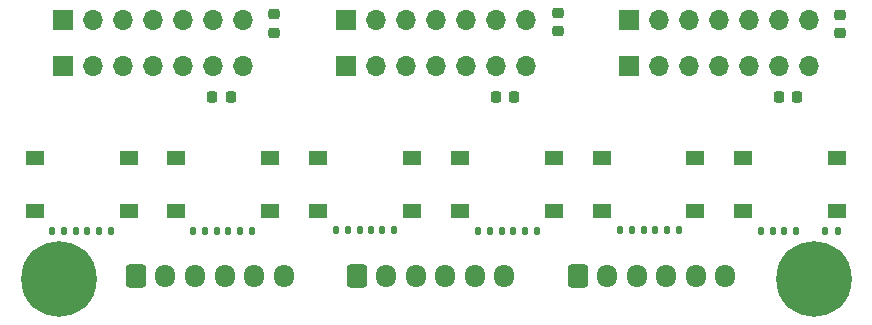
<source format=gbr>
%TF.GenerationSoftware,KiCad,Pcbnew,9.0.0*%
%TF.CreationDate,2025-03-20T15:52:25+01:00*%
%TF.ProjectId,PCB_secondaire,5043425f-7365-4636-9f6e-64616972652e,rev?*%
%TF.SameCoordinates,Original*%
%TF.FileFunction,Soldermask,Top*%
%TF.FilePolarity,Negative*%
%FSLAX46Y46*%
G04 Gerber Fmt 4.6, Leading zero omitted, Abs format (unit mm)*
G04 Created by KiCad (PCBNEW 9.0.0) date 2025-03-20 15:52:25*
%MOMM*%
%LPD*%
G01*
G04 APERTURE LIST*
G04 Aperture macros list*
%AMRoundRect*
0 Rectangle with rounded corners*
0 $1 Rounding radius*
0 $2 $3 $4 $5 $6 $7 $8 $9 X,Y pos of 4 corners*
0 Add a 4 corners polygon primitive as box body*
4,1,4,$2,$3,$4,$5,$6,$7,$8,$9,$2,$3,0*
0 Add four circle primitives for the rounded corners*
1,1,$1+$1,$2,$3*
1,1,$1+$1,$4,$5*
1,1,$1+$1,$6,$7*
1,1,$1+$1,$8,$9*
0 Add four rect primitives between the rounded corners*
20,1,$1+$1,$2,$3,$4,$5,0*
20,1,$1+$1,$4,$5,$6,$7,0*
20,1,$1+$1,$6,$7,$8,$9,0*
20,1,$1+$1,$8,$9,$2,$3,0*%
G04 Aperture macros list end*
%ADD10RoundRect,0.135000X-0.135000X-0.185000X0.135000X-0.185000X0.135000X0.185000X-0.135000X0.185000X0*%
%ADD11R,1.550000X1.300000*%
%ADD12R,1.700000X1.700000*%
%ADD13O,1.700000X1.700000*%
%ADD14C,0.800000*%
%ADD15C,6.400000*%
%ADD16RoundRect,0.140000X-0.140000X-0.170000X0.140000X-0.170000X0.140000X0.170000X-0.140000X0.170000X0*%
%ADD17RoundRect,0.225000X-0.250000X0.225000X-0.250000X-0.225000X0.250000X-0.225000X0.250000X0.225000X0*%
%ADD18RoundRect,0.250000X-0.600000X-0.725000X0.600000X-0.725000X0.600000X0.725000X-0.600000X0.725000X0*%
%ADD19O,1.700000X1.950000*%
%ADD20RoundRect,0.225000X0.225000X0.250000X-0.225000X0.250000X-0.225000X-0.250000X0.225000X-0.250000X0*%
G04 APERTURE END LIST*
D10*
%TO.C,R2*%
X102110000Y-147000000D03*
X103130000Y-147000000D03*
%TD*%
D11*
%TO.C,SW1*%
X104585000Y-145300000D03*
X96635000Y-145300000D03*
X104585000Y-140800000D03*
X96635000Y-140800000D03*
%TD*%
D10*
%TO.C,R4*%
X114020000Y-147000000D03*
X115040000Y-147000000D03*
%TD*%
D12*
%TO.C,J9*%
X146920000Y-133000000D03*
D13*
X149460000Y-133000000D03*
X152000000Y-133000000D03*
X154540000Y-133000000D03*
X157080000Y-133000000D03*
X159620000Y-133000000D03*
X162160000Y-133000000D03*
%TD*%
D11*
%TO.C,SW3*%
X128585000Y-145300000D03*
X120635000Y-145300000D03*
X128585000Y-140800000D03*
X120635000Y-140800000D03*
%TD*%
D14*
%TO.C,H101*%
X96260000Y-151100000D03*
X96962944Y-149402944D03*
X96962944Y-152797056D03*
X98660000Y-148700000D03*
D15*
X98660000Y-151100000D03*
D14*
X98660000Y-153500000D03*
X100357056Y-149402944D03*
X100357056Y-152797056D03*
X101060000Y-151100000D03*
%TD*%
D10*
%TO.C,R3*%
X110060000Y-147000000D03*
X111080000Y-147000000D03*
%TD*%
D14*
%TO.C,H102*%
X160210000Y-151100000D03*
X160912944Y-149402944D03*
X160912944Y-152797056D03*
X162610000Y-148700000D03*
D15*
X162610000Y-151100000D03*
D14*
X162610000Y-153500000D03*
X164307056Y-149402944D03*
X164307056Y-152797056D03*
X165010000Y-151100000D03*
%TD*%
D10*
%TO.C,R12*%
X163590000Y-147000000D03*
X164610000Y-147000000D03*
%TD*%
D12*
%TO.C,J4*%
X122980000Y-129100000D03*
D13*
X125520000Y-129100000D03*
X128060000Y-129100000D03*
X130600000Y-129100000D03*
X133140000Y-129100000D03*
X135680000Y-129100000D03*
X138220000Y-129100000D03*
%TD*%
D16*
%TO.C,C6*%
X160100000Y-147000000D03*
X161060000Y-147000000D03*
%TD*%
D17*
%TO.C,C9*%
X164860000Y-128705000D03*
X164860000Y-130255000D03*
%TD*%
D11*
%TO.C,SW6*%
X164585000Y-145300000D03*
X156635000Y-145300000D03*
X164585000Y-140800000D03*
X156635000Y-140800000D03*
%TD*%
D18*
%TO.C,J7*%
X105210000Y-150800000D03*
D19*
X107710000Y-150800000D03*
X110210000Y-150800000D03*
X112710000Y-150800000D03*
X115210000Y-150800000D03*
X117710000Y-150800000D03*
%TD*%
D16*
%TO.C,C5*%
X148190000Y-146900000D03*
X149150000Y-146900000D03*
%TD*%
D10*
%TO.C,R5*%
X122140000Y-146900000D03*
X123160000Y-146900000D03*
%TD*%
D20*
%TO.C,C11*%
X137230000Y-135690000D03*
X135680000Y-135690000D03*
%TD*%
D11*
%TO.C,SW4*%
X140585000Y-145300000D03*
X132635000Y-145300000D03*
X140585000Y-140800000D03*
X132635000Y-140800000D03*
%TD*%
D16*
%TO.C,C1*%
X100130000Y-147000000D03*
X101090000Y-147000000D03*
%TD*%
D11*
%TO.C,SW5*%
X152585000Y-145300000D03*
X144635000Y-145300000D03*
X152585000Y-140800000D03*
X144635000Y-140800000D03*
%TD*%
D16*
%TO.C,C4*%
X136200000Y-147000000D03*
X137160000Y-147000000D03*
%TD*%
%TO.C,C3*%
X124140000Y-146900000D03*
X125100000Y-146900000D03*
%TD*%
D20*
%TO.C,C12*%
X161195000Y-135650000D03*
X159645000Y-135650000D03*
%TD*%
D10*
%TO.C,R7*%
X134200000Y-147000000D03*
X135220000Y-147000000D03*
%TD*%
D16*
%TO.C,C2*%
X112070000Y-147000000D03*
X113030000Y-147000000D03*
%TD*%
D10*
%TO.C,R6*%
X126040000Y-146900000D03*
X127060000Y-146900000D03*
%TD*%
%TO.C,R9*%
X146190000Y-146900000D03*
X147210000Y-146900000D03*
%TD*%
D12*
%TO.C,J3*%
X99000000Y-129100000D03*
D13*
X101540000Y-129100000D03*
X104080000Y-129100000D03*
X106620000Y-129100000D03*
X109160000Y-129100000D03*
X111700000Y-129100000D03*
X114240000Y-129100000D03*
%TD*%
D17*
%TO.C,C10*%
X116920000Y-128655000D03*
X116920000Y-130205000D03*
%TD*%
D12*
%TO.C,J6*%
X122980000Y-133000000D03*
D13*
X125520000Y-133000000D03*
X128060000Y-133000000D03*
X130600000Y-133000000D03*
X133140000Y-133000000D03*
X135680000Y-133000000D03*
X138220000Y-133000000D03*
%TD*%
D11*
%TO.C,SW2*%
X116560000Y-145300000D03*
X108610000Y-145300000D03*
X116560000Y-140800000D03*
X108610000Y-140800000D03*
%TD*%
D17*
%TO.C,C8*%
X140910000Y-128555000D03*
X140910000Y-130105000D03*
%TD*%
D12*
%TO.C,J1*%
X99000000Y-133000000D03*
D13*
X101540000Y-133000000D03*
X104080000Y-133000000D03*
X106620000Y-133000000D03*
X109160000Y-133000000D03*
X111700000Y-133000000D03*
X114240000Y-133000000D03*
%TD*%
D18*
%TO.C,J8*%
X123910000Y-150800000D03*
D19*
X126410000Y-150800000D03*
X128910000Y-150800000D03*
X131410000Y-150800000D03*
X133910000Y-150800000D03*
X136410000Y-150800000D03*
%TD*%
D10*
%TO.C,R1*%
X98110000Y-147000000D03*
X99130000Y-147000000D03*
%TD*%
D18*
%TO.C,J2*%
X142610000Y-150800000D03*
D19*
X145110000Y-150800000D03*
X147610000Y-150800000D03*
X150110000Y-150800000D03*
X152610000Y-150800000D03*
X155110000Y-150800000D03*
%TD*%
D10*
%TO.C,R8*%
X138150000Y-147000000D03*
X139170000Y-147000000D03*
%TD*%
D12*
%TO.C,J5*%
X146985000Y-129100000D03*
D13*
X149525000Y-129100000D03*
X152065000Y-129100000D03*
X154605000Y-129100000D03*
X157145000Y-129100000D03*
X159685000Y-129100000D03*
X162225000Y-129100000D03*
%TD*%
D10*
%TO.C,R11*%
X158090000Y-147000000D03*
X159110000Y-147000000D03*
%TD*%
%TO.C,R10*%
X150200000Y-146900000D03*
X151220000Y-146900000D03*
%TD*%
D20*
%TO.C,C7*%
X113225000Y-135640000D03*
X111675000Y-135640000D03*
%TD*%
M02*

</source>
